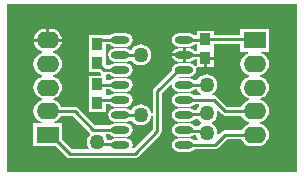
<source format=gtl>
G04*
G04 #@! TF.GenerationSoftware,Altium Limited,Altium Designer,19.1.5 (86)*
G04*
G04 Layer_Physical_Order=1*
G04 Layer_Color=255*
%FSLAX25Y25*%
%MOIN*%
G70*
G01*
G75*
%ADD14O,0.06102X0.02362*%
%ADD15R,0.03740X0.03937*%
%ADD21C,0.01000*%
%ADD22O,0.07500X0.05500*%
%ADD23R,0.07500X0.05500*%
%ADD24C,0.05000*%
G36*
X197971Y101529D02*
X101529D01*
Y157471D01*
X197971D01*
Y101529D01*
D02*
G37*
%LPC*%
G36*
X188750Y149124D02*
X179250D01*
Y147179D01*
X170370D01*
Y148618D01*
X164630D01*
Y147029D01*
X163971D01*
X163943Y147073D01*
X163221Y147555D01*
X162370Y147724D01*
X158630D01*
X157779Y147555D01*
X157057Y147073D01*
X156575Y146351D01*
X156406Y145500D01*
X156575Y144649D01*
X157057Y143928D01*
X157779Y143446D01*
X158630Y143276D01*
X162370D01*
X163221Y143446D01*
X163943Y143928D01*
X163971Y143971D01*
X164630D01*
Y142819D01*
X164630Y142681D01*
Y142319D01*
X164630Y142181D01*
Y141944D01*
X164130Y141792D01*
X163943Y142072D01*
X163221Y142554D01*
X162370Y142724D01*
X161000D01*
Y140500D01*
Y138276D01*
X162370D01*
X163221Y138445D01*
X163943Y138927D01*
X164130Y139208D01*
X164630Y139056D01*
Y136944D01*
X164130Y136792D01*
X163943Y137073D01*
X163221Y137555D01*
X162370Y137724D01*
X158630D01*
X157779Y137555D01*
X157057Y137073D01*
X156575Y136351D01*
X156406Y135500D01*
X156416Y135449D01*
X150419Y129452D01*
X150087Y128955D01*
X149971Y128370D01*
Y120985D01*
X149471Y120953D01*
X149410Y121414D01*
X149057Y122265D01*
X148496Y122996D01*
X147765Y123557D01*
X146914Y123910D01*
X146000Y124030D01*
X145086Y123910D01*
X144235Y123557D01*
X143504Y122996D01*
X143039Y122390D01*
X142898Y122265D01*
X142400Y122261D01*
X141961Y122555D01*
X141110Y122724D01*
X137370D01*
X136519Y122555D01*
X135798Y122073D01*
X135316Y121351D01*
X135146Y120500D01*
X135316Y119649D01*
X135798Y118928D01*
X136519Y118446D01*
X137370Y118276D01*
X141110D01*
X141961Y118446D01*
X142400Y118739D01*
X142898Y118735D01*
X143039Y118610D01*
X143504Y118004D01*
X144235Y117443D01*
X145086Y117090D01*
X146000Y116970D01*
X146914Y117090D01*
X147765Y117443D01*
X148496Y118004D01*
X149057Y118735D01*
X149410Y119586D01*
X149471Y120047D01*
X149971Y120015D01*
Y115633D01*
X143680Y109343D01*
X143572Y109359D01*
X143509Y109405D01*
X143218Y109917D01*
X143334Y110500D01*
X143165Y111351D01*
X142683Y112073D01*
X141961Y112555D01*
X141110Y112724D01*
X137370D01*
X136519Y112555D01*
X136123Y112290D01*
X134926D01*
X134910Y112414D01*
X134557Y113265D01*
X134360Y113522D01*
X134581Y113971D01*
X135769D01*
X135798Y113927D01*
X136519Y113445D01*
X137370Y113276D01*
X141110D01*
X141961Y113445D01*
X142683Y113927D01*
X143165Y114649D01*
X143334Y115500D01*
X143165Y116351D01*
X142683Y117072D01*
X141961Y117554D01*
X141110Y117724D01*
X137370D01*
X136519Y117554D01*
X135798Y117072D01*
X135769Y117029D01*
X130869D01*
X125065Y122833D01*
X124569Y123165D01*
X123984Y123281D01*
X119425D01*
X119276Y123643D01*
X118675Y124426D01*
X117891Y125028D01*
X116979Y125405D01*
X116741Y125437D01*
Y125941D01*
X116979Y125972D01*
X117891Y126350D01*
X118675Y126951D01*
X119276Y127735D01*
X119653Y128647D01*
X119782Y129626D01*
X119653Y130605D01*
X119276Y131517D01*
X118675Y132300D01*
X117891Y132902D01*
X116979Y133280D01*
X116741Y133311D01*
Y133815D01*
X116979Y133846D01*
X117891Y134224D01*
X118675Y134826D01*
X119276Y135609D01*
X119653Y136521D01*
X119782Y137500D01*
X119653Y138479D01*
X119276Y139391D01*
X118675Y140174D01*
X117891Y140776D01*
X116979Y141154D01*
X116741Y141185D01*
Y141689D01*
X116979Y141720D01*
X117891Y142098D01*
X118675Y142700D01*
X119276Y143483D01*
X119653Y144395D01*
X119717Y144874D01*
X115000D01*
X110284D01*
X110346Y144395D01*
X110724Y143483D01*
X111326Y142700D01*
X112109Y142098D01*
X113021Y141720D01*
X113259Y141689D01*
Y141185D01*
X113021Y141154D01*
X112109Y140776D01*
X111326Y140174D01*
X110724Y139391D01*
X110346Y138479D01*
X110218Y137500D01*
X110346Y136521D01*
X110724Y135609D01*
X111326Y134826D01*
X112109Y134224D01*
X113021Y133846D01*
X113259Y133815D01*
Y133311D01*
X113021Y133280D01*
X112109Y132902D01*
X111326Y132300D01*
X110724Y131517D01*
X110346Y130605D01*
X110218Y129626D01*
X110346Y128647D01*
X110724Y127735D01*
X111326Y126951D01*
X112109Y126350D01*
X113021Y125972D01*
X113259Y125941D01*
Y125437D01*
X113021Y125405D01*
X112109Y125028D01*
X111326Y124426D01*
X110724Y123643D01*
X110346Y122731D01*
X110218Y121752D01*
X110346Y120773D01*
X110724Y119861D01*
X111326Y119077D01*
X112109Y118476D01*
X113021Y118098D01*
X112912Y117628D01*
X110250D01*
Y110128D01*
X117587D01*
X121297Y106419D01*
X121793Y106087D01*
X122378Y105971D01*
X144000D01*
X144585Y106087D01*
X145081Y106419D01*
X152581Y113919D01*
X152913Y114415D01*
X153029Y115000D01*
Y127737D01*
X155970Y130678D01*
X156422Y130422D01*
X156575Y129649D01*
X157057Y128928D01*
X157779Y128445D01*
X158630Y128276D01*
X162370D01*
X163221Y128445D01*
X163943Y128928D01*
X163971Y128971D01*
X164845D01*
X164943Y128735D01*
X165504Y128004D01*
X166122Y127529D01*
X165993Y127029D01*
X163971D01*
X163943Y127073D01*
X163221Y127555D01*
X162370Y127724D01*
X158630D01*
X157779Y127555D01*
X157057Y127073D01*
X156575Y126351D01*
X156406Y125500D01*
X156575Y124649D01*
X157057Y123927D01*
X157779Y123445D01*
X158630Y123276D01*
X162370D01*
X163221Y123445D01*
X163943Y123927D01*
X163971Y123971D01*
X165344D01*
X165456Y123642D01*
X165484Y123471D01*
X164943Y122765D01*
X164742Y122279D01*
X163633D01*
X163221Y122555D01*
X162370Y122724D01*
X158630D01*
X157779Y122555D01*
X157057Y122073D01*
X156575Y121351D01*
X156406Y120500D01*
X156575Y119649D01*
X157057Y118928D01*
X157779Y118446D01*
X158630Y118276D01*
X162370D01*
X163221Y118446D01*
X163943Y118928D01*
X164138Y119221D01*
X164954D01*
X165504Y118504D01*
X166103Y118044D01*
X166145Y117888D01*
Y117612D01*
X166103Y117456D01*
X165504Y116996D01*
X165329Y116769D01*
X164146D01*
X163943Y117072D01*
X163221Y117554D01*
X162370Y117724D01*
X158630D01*
X157779Y117554D01*
X157057Y117072D01*
X156575Y116351D01*
X156406Y115500D01*
X156575Y114649D01*
X157057Y113927D01*
X157779Y113445D01*
X158630Y113276D01*
X162370D01*
X163221Y113445D01*
X163617Y113710D01*
X164574D01*
X164590Y113586D01*
X164943Y112735D01*
X165140Y112478D01*
X164919Y112029D01*
X163971D01*
X163943Y112073D01*
X163221Y112555D01*
X162370Y112724D01*
X158630D01*
X157779Y112555D01*
X157057Y112073D01*
X156575Y111351D01*
X156406Y110500D01*
X156575Y109649D01*
X157057Y108928D01*
X157779Y108446D01*
X158630Y108276D01*
X162370D01*
X163221Y108446D01*
X163943Y108928D01*
X163971Y108971D01*
X170622D01*
X171207Y109087D01*
X171704Y109419D01*
X174634Y112349D01*
X179575D01*
X179724Y111987D01*
X180325Y111203D01*
X181109Y110602D01*
X182021Y110224D01*
X183000Y110096D01*
X185000D01*
X185979Y110224D01*
X186891Y110602D01*
X187674Y111203D01*
X188276Y111987D01*
X188654Y112899D01*
X188782Y113878D01*
X188654Y114857D01*
X188276Y115769D01*
X187674Y116552D01*
X186891Y117154D01*
X185979Y117531D01*
X185741Y117563D01*
Y118067D01*
X185979Y118098D01*
X186891Y118476D01*
X187674Y119077D01*
X188276Y119861D01*
X188654Y120773D01*
X188782Y121752D01*
X188654Y122731D01*
X188276Y123643D01*
X187674Y124426D01*
X186891Y125028D01*
X185979Y125405D01*
X185741Y125437D01*
Y125941D01*
X185979Y125972D01*
X186891Y126350D01*
X187674Y126952D01*
X188276Y127735D01*
X188654Y128647D01*
X188782Y129626D01*
X188654Y130605D01*
X188276Y131517D01*
X187674Y132300D01*
X186891Y132902D01*
X185979Y133280D01*
X185741Y133311D01*
Y133815D01*
X185979Y133846D01*
X186891Y134224D01*
X187674Y134826D01*
X188276Y135609D01*
X188654Y136521D01*
X188782Y137500D01*
X188654Y138479D01*
X188276Y139391D01*
X187674Y140174D01*
X186891Y140776D01*
X185979Y141154D01*
X186088Y141624D01*
X188750D01*
Y149124D01*
D02*
G37*
G36*
X141110Y147724D02*
X137370D01*
X136519Y147555D01*
X135798Y147073D01*
X135769Y147029D01*
X134370D01*
Y147118D01*
X128630D01*
Y141319D01*
X128630Y141181D01*
Y140819D01*
X128630Y140681D01*
Y134882D01*
X132207D01*
X132670Y134419D01*
X132726Y134381D01*
X132847Y133702D01*
X132786Y133618D01*
X128630D01*
Y127819D01*
X128630Y127681D01*
Y127319D01*
X128630Y127181D01*
Y121382D01*
X134370D01*
Y123971D01*
X135769D01*
X135798Y123927D01*
X136519Y123445D01*
X137370Y123276D01*
X141110D01*
X141961Y123445D01*
X142683Y123927D01*
X143165Y124649D01*
X143334Y125500D01*
X143165Y126351D01*
X142683Y127073D01*
X141961Y127555D01*
X141110Y127724D01*
X137370D01*
X136519Y127555D01*
X135798Y127073D01*
X135769Y127029D01*
X134660D01*
X134370Y127319D01*
Y127681D01*
X134370Y127819D01*
Y128971D01*
X135769D01*
X135798Y128928D01*
X136519Y128445D01*
X137370Y128276D01*
X141110D01*
X141961Y128445D01*
X142683Y128928D01*
X143165Y129649D01*
X143334Y130500D01*
X143165Y131351D01*
X142683Y132072D01*
X141961Y132554D01*
X141110Y132724D01*
X137370D01*
X136519Y132554D01*
X135798Y132072D01*
X135769Y132029D01*
X134370D01*
Y133471D01*
X134370Y133618D01*
X134724Y133971D01*
X135769D01*
X135798Y133928D01*
X136519Y133446D01*
X137370Y133276D01*
X141110D01*
X141961Y133446D01*
X142683Y133928D01*
X143165Y134649D01*
X143334Y135500D01*
X143165Y136351D01*
X142683Y137073D01*
X141961Y137555D01*
X141110Y137724D01*
X137370D01*
X136519Y137555D01*
X135798Y137073D01*
X135769Y137029D01*
X134864D01*
X134370Y137523D01*
Y140681D01*
X134370Y140819D01*
Y141181D01*
X134370Y141319D01*
Y143971D01*
X135769D01*
X135798Y143928D01*
X136519Y143446D01*
X137370Y143276D01*
X141110D01*
X141961Y143446D01*
X142683Y143928D01*
X143165Y144649D01*
X143334Y145500D01*
X143165Y146351D01*
X142683Y147073D01*
X141961Y147555D01*
X141110Y147724D01*
D02*
G37*
G36*
X116000Y149156D02*
X115500D01*
Y145874D01*
X119717D01*
X119653Y146353D01*
X119276Y147265D01*
X118675Y148048D01*
X117891Y148650D01*
X116979Y149028D01*
X116000Y149156D01*
D02*
G37*
G36*
X114500D02*
X114000D01*
X113021Y149028D01*
X112109Y148650D01*
X111326Y148048D01*
X110724Y147265D01*
X110346Y146353D01*
X110284Y145874D01*
X114500D01*
Y149156D01*
D02*
G37*
G36*
X146000Y144030D02*
X145086Y143910D01*
X144235Y143557D01*
X143504Y142996D01*
X143039Y142390D01*
X142898Y142265D01*
X142400Y142261D01*
X141961Y142554D01*
X141110Y142724D01*
X137370D01*
X136519Y142554D01*
X135798Y142072D01*
X135316Y141351D01*
X135146Y140500D01*
X135316Y139649D01*
X135798Y138927D01*
X136519Y138445D01*
X137370Y138276D01*
X141110D01*
X141961Y138445D01*
X142400Y138739D01*
X142898Y138735D01*
X143039Y138610D01*
X143504Y138004D01*
X144235Y137443D01*
X145086Y137090D01*
X146000Y136970D01*
X146914Y137090D01*
X147765Y137443D01*
X148496Y138004D01*
X149057Y138735D01*
X149410Y139586D01*
X149530Y140500D01*
X149410Y141414D01*
X149057Y142265D01*
X148496Y142996D01*
X147765Y143557D01*
X146914Y143910D01*
X146000Y144030D01*
D02*
G37*
G36*
X160000Y142724D02*
X158630D01*
X157779Y142554D01*
X157057Y142072D01*
X156575Y141351D01*
X156506Y141000D01*
X160000D01*
Y142724D01*
D02*
G37*
G36*
Y140000D02*
X156506D01*
X156575Y139649D01*
X157057Y138927D01*
X157779Y138445D01*
X158630Y138276D01*
X160000D01*
Y140000D01*
D02*
G37*
%LPD*%
G36*
X179250Y141624D02*
X181912D01*
X182021Y141154D01*
X181109Y140776D01*
X180325Y140174D01*
X179724Y139391D01*
X179347Y138479D01*
X179218Y137500D01*
X179347Y136521D01*
X179724Y135609D01*
X180325Y134826D01*
X181109Y134224D01*
X182021Y133846D01*
X182259Y133815D01*
Y133311D01*
X182021Y133280D01*
X181109Y132902D01*
X180325Y132300D01*
X179724Y131517D01*
X179347Y130605D01*
X179218Y129626D01*
X179347Y128647D01*
X179724Y127735D01*
X180325Y126952D01*
X181109Y126350D01*
X182021Y125972D01*
X182259Y125941D01*
Y125437D01*
X182021Y125405D01*
X181109Y125028D01*
X180325Y124426D01*
X179724Y123643D01*
X179575Y123281D01*
X174881D01*
X171581Y126581D01*
X171085Y126913D01*
X170500Y127029D01*
X170007D01*
X169878Y127529D01*
X170496Y128004D01*
X171057Y128735D01*
X171410Y129586D01*
X171530Y130500D01*
X171410Y131414D01*
X171057Y132265D01*
X170496Y132996D01*
X169765Y133557D01*
X168914Y133910D01*
X168000Y134030D01*
X167086Y133910D01*
X166235Y133557D01*
X165504Y132996D01*
X164943Y132265D01*
X164845Y132029D01*
X163971D01*
X163943Y132072D01*
X163221Y132554D01*
X162370Y132724D01*
X159226D01*
X158924Y133224D01*
X158952Y133276D01*
X162370D01*
X163221Y133446D01*
X163943Y133928D01*
X164425Y134649D01*
X164594Y135500D01*
X164508Y135932D01*
X164928Y136382D01*
X167000D01*
Y139350D01*
X167500D01*
Y139850D01*
X170370D01*
Y142181D01*
X170370Y142319D01*
Y142681D01*
X170370Y142819D01*
Y144120D01*
X179250D01*
Y141624D01*
D02*
G37*
G36*
X173167Y120670D02*
X173663Y120339D01*
X174248Y120223D01*
X179575D01*
X179724Y119861D01*
X180325Y119077D01*
X181109Y118476D01*
X182021Y118098D01*
X182259Y118067D01*
Y117563D01*
X182021Y117531D01*
X181109Y117154D01*
X180325Y116552D01*
X179724Y115769D01*
X179575Y115407D01*
X174000D01*
X173415Y115291D01*
X172919Y114959D01*
X171970Y114011D01*
X171497Y114244D01*
X171530Y114500D01*
X171410Y115414D01*
X171057Y116265D01*
X170496Y116996D01*
X169897Y117456D01*
X169855Y117612D01*
Y117888D01*
X169897Y118044D01*
X170496Y118504D01*
X171057Y119235D01*
X171410Y120086D01*
X171530Y121000D01*
X171439Y121691D01*
X171913Y121924D01*
X173167Y120670D01*
D02*
G37*
G36*
X128971Y114602D02*
X129001Y114038D01*
X128964Y113944D01*
X128443Y113265D01*
X128090Y112414D01*
X127970Y111500D01*
X128090Y110586D01*
X128443Y109735D01*
X128640Y109478D01*
X128419Y109029D01*
X123011D01*
X119750Y112291D01*
Y117628D01*
X117088D01*
X116979Y118098D01*
X117891Y118476D01*
X118675Y119077D01*
X119276Y119861D01*
X119425Y120223D01*
X123350D01*
X128971Y114602D01*
D02*
G37*
%LPC*%
G36*
X170370Y138850D02*
X168000D01*
Y136382D01*
X170370D01*
Y138850D01*
D02*
G37*
%LPD*%
D14*
X139240Y145500D02*
D03*
Y140500D02*
D03*
Y135500D02*
D03*
Y130500D02*
D03*
Y125500D02*
D03*
Y120500D02*
D03*
Y115500D02*
D03*
Y110500D02*
D03*
X160500Y145500D02*
D03*
Y140500D02*
D03*
Y135500D02*
D03*
Y130500D02*
D03*
Y125500D02*
D03*
Y120500D02*
D03*
Y115500D02*
D03*
Y110500D02*
D03*
D15*
X131500Y130650D02*
D03*
Y124350D02*
D03*
Y144150D02*
D03*
Y137850D02*
D03*
X167500Y145650D02*
D03*
Y139350D02*
D03*
D21*
X183139Y136639D02*
X184000Y137500D01*
X160500Y140500D02*
X166350D01*
X167500Y139350D01*
X161500Y120750D02*
X167750D01*
X162000Y115239D02*
X167261D01*
X160500Y130500D02*
X168000D01*
X167750Y120750D02*
X168000Y121000D01*
X160750Y120750D02*
X161500D01*
X160500Y120500D02*
X160750Y120750D01*
X167261Y115239D02*
X168000Y114500D01*
X160761Y115239D02*
X162000D01*
X160500Y115500D02*
X160761Y115239D01*
X131500Y111500D02*
X132239Y110761D01*
X138979D01*
X139240Y110500D01*
Y120500D02*
X146000D01*
X139240Y140500D02*
X146000D01*
X151500Y128370D02*
X158630Y135500D01*
X151500Y115000D02*
Y128370D01*
X144000Y107500D02*
X151500Y115000D01*
X122378Y107500D02*
X144000D01*
X116000Y113878D02*
X122378Y107500D01*
X158630Y135500D02*
X160500D01*
X115000Y113878D02*
X116000D01*
X160500Y110500D02*
X170622D01*
X174000Y113878D01*
X184000D01*
X160500Y125500D02*
X170500D01*
X174248Y121752D01*
X184000D01*
X130236Y115500D02*
X139240D01*
X123984Y121752D02*
X130236Y115500D01*
X115000Y121752D02*
X123984D01*
X133752Y135500D02*
X139240D01*
X131500Y137752D02*
X133752Y135500D01*
X160500Y115500D02*
X162000D01*
X160500Y120500D02*
X161500D01*
X160500Y145500D02*
X167350D01*
X167500Y145650D01*
X183724D01*
X184000Y145374D01*
X132650Y125500D02*
X139240D01*
X131500Y124350D02*
X132650Y125500D01*
X131650Y130500D02*
X139240D01*
X131500Y130650D02*
X131650Y130500D01*
X131500Y137752D02*
Y137850D01*
X132850Y145500D02*
X139240D01*
X131500Y144150D02*
X132850Y145500D01*
D22*
X184000Y129626D02*
D03*
Y137500D02*
D03*
Y121752D02*
D03*
Y113878D02*
D03*
X115000Y129626D02*
D03*
Y121752D02*
D03*
Y137500D02*
D03*
Y145374D02*
D03*
D23*
X184000Y145374D02*
D03*
X115000Y113878D02*
D03*
D24*
X131500Y111500D02*
D03*
X168000Y114500D02*
D03*
Y121000D02*
D03*
Y130500D02*
D03*
X146000Y120500D02*
D03*
Y140500D02*
D03*
M02*

</source>
